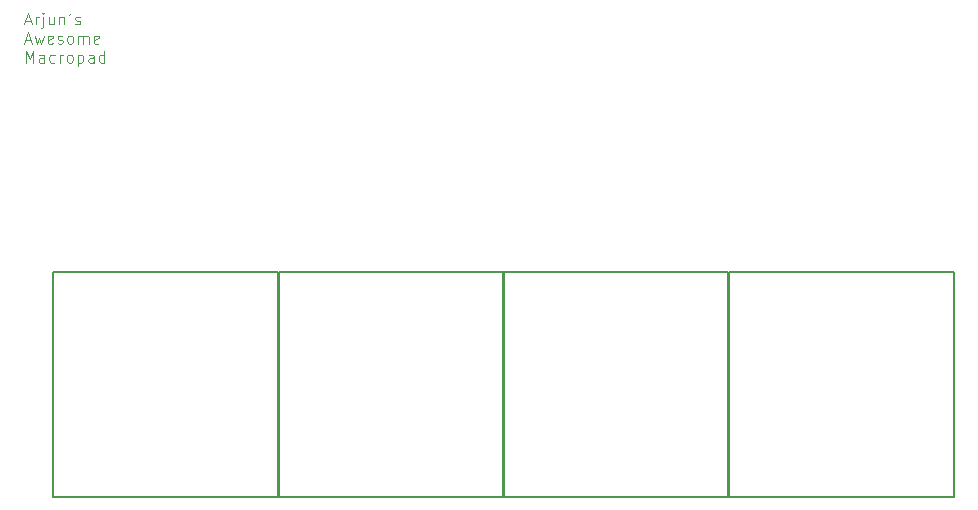
<source format=gbr>
%TF.GenerationSoftware,KiCad,Pcbnew,9.0.6*%
%TF.CreationDate,2025-12-02T23:32:36+00:00*%
%TF.ProjectId,MyPCB,4d795043-422e-46b6-9963-61645f706362,rev?*%
%TF.SameCoordinates,Original*%
%TF.FileFunction,OtherDrawing,Comment*%
%FSLAX46Y46*%
G04 Gerber Fmt 4.6, Leading zero omitted, Abs format (unit mm)*
G04 Created by KiCad (PCBNEW 9.0.6) date 2025-12-02 23:32:36*
%MOMM*%
%LPD*%
G01*
G04 APERTURE LIST*
%ADD10C,0.100000*%
%ADD11C,0.150000*%
G04 APERTURE END LIST*
D10*
X159956265Y-84806816D02*
X160432455Y-84806816D01*
X159861027Y-85092531D02*
X160194360Y-84092531D01*
X160194360Y-84092531D02*
X160527693Y-85092531D01*
X160861027Y-85092531D02*
X160861027Y-84425864D01*
X160861027Y-84616340D02*
X160908646Y-84521102D01*
X160908646Y-84521102D02*
X160956265Y-84473483D01*
X160956265Y-84473483D02*
X161051503Y-84425864D01*
X161051503Y-84425864D02*
X161146741Y-84425864D01*
X161480075Y-84425864D02*
X161480075Y-85283007D01*
X161480075Y-85283007D02*
X161432456Y-85378245D01*
X161432456Y-85378245D02*
X161337218Y-85425864D01*
X161337218Y-85425864D02*
X161289599Y-85425864D01*
X161480075Y-84092531D02*
X161432456Y-84140150D01*
X161432456Y-84140150D02*
X161480075Y-84187769D01*
X161480075Y-84187769D02*
X161527694Y-84140150D01*
X161527694Y-84140150D02*
X161480075Y-84092531D01*
X161480075Y-84092531D02*
X161480075Y-84187769D01*
X162384836Y-84425864D02*
X162384836Y-85092531D01*
X161956265Y-84425864D02*
X161956265Y-84949673D01*
X161956265Y-84949673D02*
X162003884Y-85044912D01*
X162003884Y-85044912D02*
X162099122Y-85092531D01*
X162099122Y-85092531D02*
X162241979Y-85092531D01*
X162241979Y-85092531D02*
X162337217Y-85044912D01*
X162337217Y-85044912D02*
X162384836Y-84997292D01*
X162861027Y-84425864D02*
X162861027Y-85092531D01*
X162861027Y-84521102D02*
X162908646Y-84473483D01*
X162908646Y-84473483D02*
X163003884Y-84425864D01*
X163003884Y-84425864D02*
X163146741Y-84425864D01*
X163146741Y-84425864D02*
X163241979Y-84473483D01*
X163241979Y-84473483D02*
X163289598Y-84568721D01*
X163289598Y-84568721D02*
X163289598Y-85092531D01*
X163813408Y-84092531D02*
X163718170Y-84283007D01*
X164194360Y-85044912D02*
X164289598Y-85092531D01*
X164289598Y-85092531D02*
X164480074Y-85092531D01*
X164480074Y-85092531D02*
X164575312Y-85044912D01*
X164575312Y-85044912D02*
X164622931Y-84949673D01*
X164622931Y-84949673D02*
X164622931Y-84902054D01*
X164622931Y-84902054D02*
X164575312Y-84806816D01*
X164575312Y-84806816D02*
X164480074Y-84759197D01*
X164480074Y-84759197D02*
X164337217Y-84759197D01*
X164337217Y-84759197D02*
X164241979Y-84711578D01*
X164241979Y-84711578D02*
X164194360Y-84616340D01*
X164194360Y-84616340D02*
X164194360Y-84568721D01*
X164194360Y-84568721D02*
X164241979Y-84473483D01*
X164241979Y-84473483D02*
X164337217Y-84425864D01*
X164337217Y-84425864D02*
X164480074Y-84425864D01*
X164480074Y-84425864D02*
X164575312Y-84473483D01*
X159956265Y-86416760D02*
X160432455Y-86416760D01*
X159861027Y-86702475D02*
X160194360Y-85702475D01*
X160194360Y-85702475D02*
X160527693Y-86702475D01*
X160765789Y-86035808D02*
X160956265Y-86702475D01*
X160956265Y-86702475D02*
X161146741Y-86226284D01*
X161146741Y-86226284D02*
X161337217Y-86702475D01*
X161337217Y-86702475D02*
X161527693Y-86035808D01*
X162289598Y-86654856D02*
X162194360Y-86702475D01*
X162194360Y-86702475D02*
X162003884Y-86702475D01*
X162003884Y-86702475D02*
X161908646Y-86654856D01*
X161908646Y-86654856D02*
X161861027Y-86559617D01*
X161861027Y-86559617D02*
X161861027Y-86178665D01*
X161861027Y-86178665D02*
X161908646Y-86083427D01*
X161908646Y-86083427D02*
X162003884Y-86035808D01*
X162003884Y-86035808D02*
X162194360Y-86035808D01*
X162194360Y-86035808D02*
X162289598Y-86083427D01*
X162289598Y-86083427D02*
X162337217Y-86178665D01*
X162337217Y-86178665D02*
X162337217Y-86273903D01*
X162337217Y-86273903D02*
X161861027Y-86369141D01*
X162718170Y-86654856D02*
X162813408Y-86702475D01*
X162813408Y-86702475D02*
X163003884Y-86702475D01*
X163003884Y-86702475D02*
X163099122Y-86654856D01*
X163099122Y-86654856D02*
X163146741Y-86559617D01*
X163146741Y-86559617D02*
X163146741Y-86511998D01*
X163146741Y-86511998D02*
X163099122Y-86416760D01*
X163099122Y-86416760D02*
X163003884Y-86369141D01*
X163003884Y-86369141D02*
X162861027Y-86369141D01*
X162861027Y-86369141D02*
X162765789Y-86321522D01*
X162765789Y-86321522D02*
X162718170Y-86226284D01*
X162718170Y-86226284D02*
X162718170Y-86178665D01*
X162718170Y-86178665D02*
X162765789Y-86083427D01*
X162765789Y-86083427D02*
X162861027Y-86035808D01*
X162861027Y-86035808D02*
X163003884Y-86035808D01*
X163003884Y-86035808D02*
X163099122Y-86083427D01*
X163718170Y-86702475D02*
X163622932Y-86654856D01*
X163622932Y-86654856D02*
X163575313Y-86607236D01*
X163575313Y-86607236D02*
X163527694Y-86511998D01*
X163527694Y-86511998D02*
X163527694Y-86226284D01*
X163527694Y-86226284D02*
X163575313Y-86131046D01*
X163575313Y-86131046D02*
X163622932Y-86083427D01*
X163622932Y-86083427D02*
X163718170Y-86035808D01*
X163718170Y-86035808D02*
X163861027Y-86035808D01*
X163861027Y-86035808D02*
X163956265Y-86083427D01*
X163956265Y-86083427D02*
X164003884Y-86131046D01*
X164003884Y-86131046D02*
X164051503Y-86226284D01*
X164051503Y-86226284D02*
X164051503Y-86511998D01*
X164051503Y-86511998D02*
X164003884Y-86607236D01*
X164003884Y-86607236D02*
X163956265Y-86654856D01*
X163956265Y-86654856D02*
X163861027Y-86702475D01*
X163861027Y-86702475D02*
X163718170Y-86702475D01*
X164480075Y-86702475D02*
X164480075Y-86035808D01*
X164480075Y-86131046D02*
X164527694Y-86083427D01*
X164527694Y-86083427D02*
X164622932Y-86035808D01*
X164622932Y-86035808D02*
X164765789Y-86035808D01*
X164765789Y-86035808D02*
X164861027Y-86083427D01*
X164861027Y-86083427D02*
X164908646Y-86178665D01*
X164908646Y-86178665D02*
X164908646Y-86702475D01*
X164908646Y-86178665D02*
X164956265Y-86083427D01*
X164956265Y-86083427D02*
X165051503Y-86035808D01*
X165051503Y-86035808D02*
X165194360Y-86035808D01*
X165194360Y-86035808D02*
X165289599Y-86083427D01*
X165289599Y-86083427D02*
X165337218Y-86178665D01*
X165337218Y-86178665D02*
X165337218Y-86702475D01*
X166194360Y-86654856D02*
X166099122Y-86702475D01*
X166099122Y-86702475D02*
X165908646Y-86702475D01*
X165908646Y-86702475D02*
X165813408Y-86654856D01*
X165813408Y-86654856D02*
X165765789Y-86559617D01*
X165765789Y-86559617D02*
X165765789Y-86178665D01*
X165765789Y-86178665D02*
X165813408Y-86083427D01*
X165813408Y-86083427D02*
X165908646Y-86035808D01*
X165908646Y-86035808D02*
X166099122Y-86035808D01*
X166099122Y-86035808D02*
X166194360Y-86083427D01*
X166194360Y-86083427D02*
X166241979Y-86178665D01*
X166241979Y-86178665D02*
X166241979Y-86273903D01*
X166241979Y-86273903D02*
X165765789Y-86369141D01*
X160003884Y-88312419D02*
X160003884Y-87312419D01*
X160003884Y-87312419D02*
X160337217Y-88026704D01*
X160337217Y-88026704D02*
X160670550Y-87312419D01*
X160670550Y-87312419D02*
X160670550Y-88312419D01*
X161575312Y-88312419D02*
X161575312Y-87788609D01*
X161575312Y-87788609D02*
X161527693Y-87693371D01*
X161527693Y-87693371D02*
X161432455Y-87645752D01*
X161432455Y-87645752D02*
X161241979Y-87645752D01*
X161241979Y-87645752D02*
X161146741Y-87693371D01*
X161575312Y-88264800D02*
X161480074Y-88312419D01*
X161480074Y-88312419D02*
X161241979Y-88312419D01*
X161241979Y-88312419D02*
X161146741Y-88264800D01*
X161146741Y-88264800D02*
X161099122Y-88169561D01*
X161099122Y-88169561D02*
X161099122Y-88074323D01*
X161099122Y-88074323D02*
X161146741Y-87979085D01*
X161146741Y-87979085D02*
X161241979Y-87931466D01*
X161241979Y-87931466D02*
X161480074Y-87931466D01*
X161480074Y-87931466D02*
X161575312Y-87883847D01*
X162480074Y-88264800D02*
X162384836Y-88312419D01*
X162384836Y-88312419D02*
X162194360Y-88312419D01*
X162194360Y-88312419D02*
X162099122Y-88264800D01*
X162099122Y-88264800D02*
X162051503Y-88217180D01*
X162051503Y-88217180D02*
X162003884Y-88121942D01*
X162003884Y-88121942D02*
X162003884Y-87836228D01*
X162003884Y-87836228D02*
X162051503Y-87740990D01*
X162051503Y-87740990D02*
X162099122Y-87693371D01*
X162099122Y-87693371D02*
X162194360Y-87645752D01*
X162194360Y-87645752D02*
X162384836Y-87645752D01*
X162384836Y-87645752D02*
X162480074Y-87693371D01*
X162908646Y-88312419D02*
X162908646Y-87645752D01*
X162908646Y-87836228D02*
X162956265Y-87740990D01*
X162956265Y-87740990D02*
X163003884Y-87693371D01*
X163003884Y-87693371D02*
X163099122Y-87645752D01*
X163099122Y-87645752D02*
X163194360Y-87645752D01*
X163670551Y-88312419D02*
X163575313Y-88264800D01*
X163575313Y-88264800D02*
X163527694Y-88217180D01*
X163527694Y-88217180D02*
X163480075Y-88121942D01*
X163480075Y-88121942D02*
X163480075Y-87836228D01*
X163480075Y-87836228D02*
X163527694Y-87740990D01*
X163527694Y-87740990D02*
X163575313Y-87693371D01*
X163575313Y-87693371D02*
X163670551Y-87645752D01*
X163670551Y-87645752D02*
X163813408Y-87645752D01*
X163813408Y-87645752D02*
X163908646Y-87693371D01*
X163908646Y-87693371D02*
X163956265Y-87740990D01*
X163956265Y-87740990D02*
X164003884Y-87836228D01*
X164003884Y-87836228D02*
X164003884Y-88121942D01*
X164003884Y-88121942D02*
X163956265Y-88217180D01*
X163956265Y-88217180D02*
X163908646Y-88264800D01*
X163908646Y-88264800D02*
X163813408Y-88312419D01*
X163813408Y-88312419D02*
X163670551Y-88312419D01*
X164432456Y-87645752D02*
X164432456Y-88645752D01*
X164432456Y-87693371D02*
X164527694Y-87645752D01*
X164527694Y-87645752D02*
X164718170Y-87645752D01*
X164718170Y-87645752D02*
X164813408Y-87693371D01*
X164813408Y-87693371D02*
X164861027Y-87740990D01*
X164861027Y-87740990D02*
X164908646Y-87836228D01*
X164908646Y-87836228D02*
X164908646Y-88121942D01*
X164908646Y-88121942D02*
X164861027Y-88217180D01*
X164861027Y-88217180D02*
X164813408Y-88264800D01*
X164813408Y-88264800D02*
X164718170Y-88312419D01*
X164718170Y-88312419D02*
X164527694Y-88312419D01*
X164527694Y-88312419D02*
X164432456Y-88264800D01*
X165765789Y-88312419D02*
X165765789Y-87788609D01*
X165765789Y-87788609D02*
X165718170Y-87693371D01*
X165718170Y-87693371D02*
X165622932Y-87645752D01*
X165622932Y-87645752D02*
X165432456Y-87645752D01*
X165432456Y-87645752D02*
X165337218Y-87693371D01*
X165765789Y-88264800D02*
X165670551Y-88312419D01*
X165670551Y-88312419D02*
X165432456Y-88312419D01*
X165432456Y-88312419D02*
X165337218Y-88264800D01*
X165337218Y-88264800D02*
X165289599Y-88169561D01*
X165289599Y-88169561D02*
X165289599Y-88074323D01*
X165289599Y-88074323D02*
X165337218Y-87979085D01*
X165337218Y-87979085D02*
X165432456Y-87931466D01*
X165432456Y-87931466D02*
X165670551Y-87931466D01*
X165670551Y-87931466D02*
X165765789Y-87883847D01*
X166670551Y-88312419D02*
X166670551Y-87312419D01*
X166670551Y-88264800D02*
X166575313Y-88312419D01*
X166575313Y-88312419D02*
X166384837Y-88312419D01*
X166384837Y-88312419D02*
X166289599Y-88264800D01*
X166289599Y-88264800D02*
X166241980Y-88217180D01*
X166241980Y-88217180D02*
X166194361Y-88121942D01*
X166194361Y-88121942D02*
X166194361Y-87836228D01*
X166194361Y-87836228D02*
X166241980Y-87740990D01*
X166241980Y-87740990D02*
X166289599Y-87693371D01*
X166289599Y-87693371D02*
X166384837Y-87645752D01*
X166384837Y-87645752D02*
X166575313Y-87645752D01*
X166575313Y-87645752D02*
X166670551Y-87693371D01*
D11*
%TO.C,SW2*%
X181428333Y-106045000D02*
X200478333Y-106045000D01*
X181428333Y-125095000D02*
X181428333Y-106045000D01*
X200478333Y-106045000D02*
X200478333Y-125095000D01*
X200478333Y-125095000D02*
X181428333Y-125095000D01*
%TO.C,SW3*%
X200465000Y-106045000D02*
X219515000Y-106045000D01*
X200465000Y-125095000D02*
X200465000Y-106045000D01*
X219515000Y-106045000D02*
X219515000Y-125095000D01*
X219515000Y-125095000D02*
X200465000Y-125095000D01*
%TO.C,SW4*%
X219535000Y-106045000D02*
X238585000Y-106045000D01*
X219535000Y-125095000D02*
X219535000Y-106045000D01*
X238585000Y-106045000D02*
X238585000Y-125095000D01*
X238585000Y-125095000D02*
X219535000Y-125095000D01*
%TO.C,SW1*%
X162355000Y-106045000D02*
X181405000Y-106045000D01*
X162355000Y-125095000D02*
X162355000Y-106045000D01*
X181405000Y-106045000D02*
X181405000Y-125095000D01*
X181405000Y-125095000D02*
X162355000Y-125095000D01*
%TD*%
M02*

</source>
